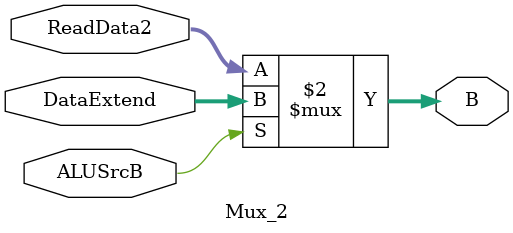
<source format=v>
`timescale 1ns / 1ps

//ALUµÄÊý¾ÝÀ´Ô´
module Mux_2(
    // ¼Ä´æÆ÷Êý¾Ý
    input [31:0] ReadData2,
    // Á¢¼´Êý
    input [31:0] DataExtend,
    input ALUSrcB,
    output [31:0] B
    );
    assign B = (ALUSrcB==1'b0) ? ReadData2 : DataExtend;
endmodule

</source>
